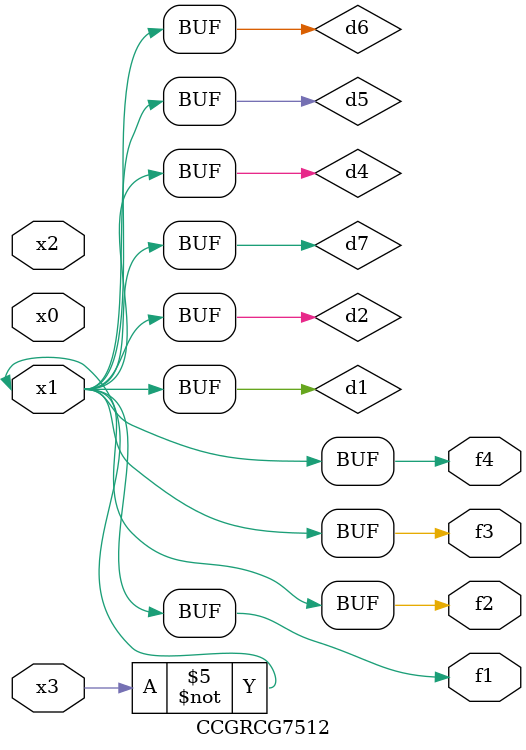
<source format=v>
module CCGRCG7512(
	input x0, x1, x2, x3,
	output f1, f2, f3, f4
);

	wire d1, d2, d3, d4, d5, d6, d7;

	not (d1, x3);
	buf (d2, x1);
	xnor (d3, d1, d2);
	nor (d4, d1);
	buf (d5, d1, d2);
	buf (d6, d4, d5);
	nand (d7, d4);
	assign f1 = d6;
	assign f2 = d7;
	assign f3 = d6;
	assign f4 = d6;
endmodule

</source>
